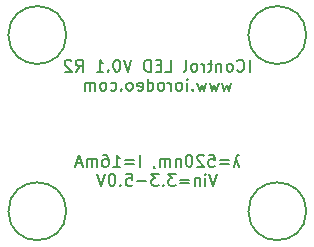
<source format=gbo>
%TF.GenerationSoftware,KiCad,Pcbnew,7.0.10-7.0.10~ubuntu22.04.1*%
%TF.CreationDate,2024-03-15T18:06:45-07:00*%
%TF.ProjectId,520nm_16mA,3532306e-6d5f-4313-966d-412e6b696361,rev?*%
%TF.SameCoordinates,Original*%
%TF.FileFunction,Legend,Bot*%
%TF.FilePolarity,Positive*%
%FSLAX46Y46*%
G04 Gerber Fmt 4.6, Leading zero omitted, Abs format (unit mm)*
G04 Created by KiCad (PCBNEW 7.0.10-7.0.10~ubuntu22.04.1) date 2024-03-15 18:06:45*
%MOMM*%
%LPD*%
G01*
G04 APERTURE LIST*
%ADD10C,0.150000*%
G04 APERTURE END LIST*
D10*
X70509524Y-55634819D02*
X70509524Y-54634819D01*
X69461906Y-55539580D02*
X69509525Y-55587200D01*
X69509525Y-55587200D02*
X69652382Y-55634819D01*
X69652382Y-55634819D02*
X69747620Y-55634819D01*
X69747620Y-55634819D02*
X69890477Y-55587200D01*
X69890477Y-55587200D02*
X69985715Y-55491961D01*
X69985715Y-55491961D02*
X70033334Y-55396723D01*
X70033334Y-55396723D02*
X70080953Y-55206247D01*
X70080953Y-55206247D02*
X70080953Y-55063390D01*
X70080953Y-55063390D02*
X70033334Y-54872914D01*
X70033334Y-54872914D02*
X69985715Y-54777676D01*
X69985715Y-54777676D02*
X69890477Y-54682438D01*
X69890477Y-54682438D02*
X69747620Y-54634819D01*
X69747620Y-54634819D02*
X69652382Y-54634819D01*
X69652382Y-54634819D02*
X69509525Y-54682438D01*
X69509525Y-54682438D02*
X69461906Y-54730057D01*
X68890477Y-55634819D02*
X68985715Y-55587200D01*
X68985715Y-55587200D02*
X69033334Y-55539580D01*
X69033334Y-55539580D02*
X69080953Y-55444342D01*
X69080953Y-55444342D02*
X69080953Y-55158628D01*
X69080953Y-55158628D02*
X69033334Y-55063390D01*
X69033334Y-55063390D02*
X68985715Y-55015771D01*
X68985715Y-55015771D02*
X68890477Y-54968152D01*
X68890477Y-54968152D02*
X68747620Y-54968152D01*
X68747620Y-54968152D02*
X68652382Y-55015771D01*
X68652382Y-55015771D02*
X68604763Y-55063390D01*
X68604763Y-55063390D02*
X68557144Y-55158628D01*
X68557144Y-55158628D02*
X68557144Y-55444342D01*
X68557144Y-55444342D02*
X68604763Y-55539580D01*
X68604763Y-55539580D02*
X68652382Y-55587200D01*
X68652382Y-55587200D02*
X68747620Y-55634819D01*
X68747620Y-55634819D02*
X68890477Y-55634819D01*
X68128572Y-54968152D02*
X68128572Y-55634819D01*
X68128572Y-55063390D02*
X68080953Y-55015771D01*
X68080953Y-55015771D02*
X67985715Y-54968152D01*
X67985715Y-54968152D02*
X67842858Y-54968152D01*
X67842858Y-54968152D02*
X67747620Y-55015771D01*
X67747620Y-55015771D02*
X67700001Y-55111009D01*
X67700001Y-55111009D02*
X67700001Y-55634819D01*
X67366667Y-54968152D02*
X66985715Y-54968152D01*
X67223810Y-54634819D02*
X67223810Y-55491961D01*
X67223810Y-55491961D02*
X67176191Y-55587200D01*
X67176191Y-55587200D02*
X67080953Y-55634819D01*
X67080953Y-55634819D02*
X66985715Y-55634819D01*
X66652381Y-55634819D02*
X66652381Y-54968152D01*
X66652381Y-55158628D02*
X66604762Y-55063390D01*
X66604762Y-55063390D02*
X66557143Y-55015771D01*
X66557143Y-55015771D02*
X66461905Y-54968152D01*
X66461905Y-54968152D02*
X66366667Y-54968152D01*
X65890476Y-55634819D02*
X65985714Y-55587200D01*
X65985714Y-55587200D02*
X66033333Y-55539580D01*
X66033333Y-55539580D02*
X66080952Y-55444342D01*
X66080952Y-55444342D02*
X66080952Y-55158628D01*
X66080952Y-55158628D02*
X66033333Y-55063390D01*
X66033333Y-55063390D02*
X65985714Y-55015771D01*
X65985714Y-55015771D02*
X65890476Y-54968152D01*
X65890476Y-54968152D02*
X65747619Y-54968152D01*
X65747619Y-54968152D02*
X65652381Y-55015771D01*
X65652381Y-55015771D02*
X65604762Y-55063390D01*
X65604762Y-55063390D02*
X65557143Y-55158628D01*
X65557143Y-55158628D02*
X65557143Y-55444342D01*
X65557143Y-55444342D02*
X65604762Y-55539580D01*
X65604762Y-55539580D02*
X65652381Y-55587200D01*
X65652381Y-55587200D02*
X65747619Y-55634819D01*
X65747619Y-55634819D02*
X65890476Y-55634819D01*
X64985714Y-55634819D02*
X65080952Y-55587200D01*
X65080952Y-55587200D02*
X65128571Y-55491961D01*
X65128571Y-55491961D02*
X65128571Y-54634819D01*
X63366666Y-55634819D02*
X63842856Y-55634819D01*
X63842856Y-55634819D02*
X63842856Y-54634819D01*
X63033332Y-55111009D02*
X62699999Y-55111009D01*
X62557142Y-55634819D02*
X63033332Y-55634819D01*
X63033332Y-55634819D02*
X63033332Y-54634819D01*
X63033332Y-54634819D02*
X62557142Y-54634819D01*
X62128570Y-55634819D02*
X62128570Y-54634819D01*
X62128570Y-54634819D02*
X61890475Y-54634819D01*
X61890475Y-54634819D02*
X61747618Y-54682438D01*
X61747618Y-54682438D02*
X61652380Y-54777676D01*
X61652380Y-54777676D02*
X61604761Y-54872914D01*
X61604761Y-54872914D02*
X61557142Y-55063390D01*
X61557142Y-55063390D02*
X61557142Y-55206247D01*
X61557142Y-55206247D02*
X61604761Y-55396723D01*
X61604761Y-55396723D02*
X61652380Y-55491961D01*
X61652380Y-55491961D02*
X61747618Y-55587200D01*
X61747618Y-55587200D02*
X61890475Y-55634819D01*
X61890475Y-55634819D02*
X62128570Y-55634819D01*
X60509522Y-54634819D02*
X60176189Y-55634819D01*
X60176189Y-55634819D02*
X59842856Y-54634819D01*
X59319046Y-54634819D02*
X59223808Y-54634819D01*
X59223808Y-54634819D02*
X59128570Y-54682438D01*
X59128570Y-54682438D02*
X59080951Y-54730057D01*
X59080951Y-54730057D02*
X59033332Y-54825295D01*
X59033332Y-54825295D02*
X58985713Y-55015771D01*
X58985713Y-55015771D02*
X58985713Y-55253866D01*
X58985713Y-55253866D02*
X59033332Y-55444342D01*
X59033332Y-55444342D02*
X59080951Y-55539580D01*
X59080951Y-55539580D02*
X59128570Y-55587200D01*
X59128570Y-55587200D02*
X59223808Y-55634819D01*
X59223808Y-55634819D02*
X59319046Y-55634819D01*
X59319046Y-55634819D02*
X59414284Y-55587200D01*
X59414284Y-55587200D02*
X59461903Y-55539580D01*
X59461903Y-55539580D02*
X59509522Y-55444342D01*
X59509522Y-55444342D02*
X59557141Y-55253866D01*
X59557141Y-55253866D02*
X59557141Y-55015771D01*
X59557141Y-55015771D02*
X59509522Y-54825295D01*
X59509522Y-54825295D02*
X59461903Y-54730057D01*
X59461903Y-54730057D02*
X59414284Y-54682438D01*
X59414284Y-54682438D02*
X59319046Y-54634819D01*
X58557141Y-55539580D02*
X58509522Y-55587200D01*
X58509522Y-55587200D02*
X58557141Y-55634819D01*
X58557141Y-55634819D02*
X58604760Y-55587200D01*
X58604760Y-55587200D02*
X58557141Y-55539580D01*
X58557141Y-55539580D02*
X58557141Y-55634819D01*
X57557142Y-55634819D02*
X58128570Y-55634819D01*
X57842856Y-55634819D02*
X57842856Y-54634819D01*
X57842856Y-54634819D02*
X57938094Y-54777676D01*
X57938094Y-54777676D02*
X58033332Y-54872914D01*
X58033332Y-54872914D02*
X58128570Y-54920533D01*
X55795237Y-55634819D02*
X56128570Y-55158628D01*
X56366665Y-55634819D02*
X56366665Y-54634819D01*
X56366665Y-54634819D02*
X55985713Y-54634819D01*
X55985713Y-54634819D02*
X55890475Y-54682438D01*
X55890475Y-54682438D02*
X55842856Y-54730057D01*
X55842856Y-54730057D02*
X55795237Y-54825295D01*
X55795237Y-54825295D02*
X55795237Y-54968152D01*
X55795237Y-54968152D02*
X55842856Y-55063390D01*
X55842856Y-55063390D02*
X55890475Y-55111009D01*
X55890475Y-55111009D02*
X55985713Y-55158628D01*
X55985713Y-55158628D02*
X56366665Y-55158628D01*
X55414284Y-54730057D02*
X55366665Y-54682438D01*
X55366665Y-54682438D02*
X55271427Y-54634819D01*
X55271427Y-54634819D02*
X55033332Y-54634819D01*
X55033332Y-54634819D02*
X54938094Y-54682438D01*
X54938094Y-54682438D02*
X54890475Y-54730057D01*
X54890475Y-54730057D02*
X54842856Y-54825295D01*
X54842856Y-54825295D02*
X54842856Y-54920533D01*
X54842856Y-54920533D02*
X54890475Y-55063390D01*
X54890475Y-55063390D02*
X55461903Y-55634819D01*
X55461903Y-55634819D02*
X54842856Y-55634819D01*
X68938094Y-56578152D02*
X68747618Y-57244819D01*
X68747618Y-57244819D02*
X68557142Y-56768628D01*
X68557142Y-56768628D02*
X68366666Y-57244819D01*
X68366666Y-57244819D02*
X68176190Y-56578152D01*
X67890475Y-56578152D02*
X67699999Y-57244819D01*
X67699999Y-57244819D02*
X67509523Y-56768628D01*
X67509523Y-56768628D02*
X67319047Y-57244819D01*
X67319047Y-57244819D02*
X67128571Y-56578152D01*
X66842856Y-56578152D02*
X66652380Y-57244819D01*
X66652380Y-57244819D02*
X66461904Y-56768628D01*
X66461904Y-56768628D02*
X66271428Y-57244819D01*
X66271428Y-57244819D02*
X66080952Y-56578152D01*
X65699999Y-57149580D02*
X65652380Y-57197200D01*
X65652380Y-57197200D02*
X65699999Y-57244819D01*
X65699999Y-57244819D02*
X65747618Y-57197200D01*
X65747618Y-57197200D02*
X65699999Y-57149580D01*
X65699999Y-57149580D02*
X65699999Y-57244819D01*
X65223809Y-57244819D02*
X65223809Y-56578152D01*
X65223809Y-56244819D02*
X65271428Y-56292438D01*
X65271428Y-56292438D02*
X65223809Y-56340057D01*
X65223809Y-56340057D02*
X65176190Y-56292438D01*
X65176190Y-56292438D02*
X65223809Y-56244819D01*
X65223809Y-56244819D02*
X65223809Y-56340057D01*
X64604762Y-57244819D02*
X64700000Y-57197200D01*
X64700000Y-57197200D02*
X64747619Y-57149580D01*
X64747619Y-57149580D02*
X64795238Y-57054342D01*
X64795238Y-57054342D02*
X64795238Y-56768628D01*
X64795238Y-56768628D02*
X64747619Y-56673390D01*
X64747619Y-56673390D02*
X64700000Y-56625771D01*
X64700000Y-56625771D02*
X64604762Y-56578152D01*
X64604762Y-56578152D02*
X64461905Y-56578152D01*
X64461905Y-56578152D02*
X64366667Y-56625771D01*
X64366667Y-56625771D02*
X64319048Y-56673390D01*
X64319048Y-56673390D02*
X64271429Y-56768628D01*
X64271429Y-56768628D02*
X64271429Y-57054342D01*
X64271429Y-57054342D02*
X64319048Y-57149580D01*
X64319048Y-57149580D02*
X64366667Y-57197200D01*
X64366667Y-57197200D02*
X64461905Y-57244819D01*
X64461905Y-57244819D02*
X64604762Y-57244819D01*
X63842857Y-57244819D02*
X63842857Y-56578152D01*
X63842857Y-56768628D02*
X63795238Y-56673390D01*
X63795238Y-56673390D02*
X63747619Y-56625771D01*
X63747619Y-56625771D02*
X63652381Y-56578152D01*
X63652381Y-56578152D02*
X63557143Y-56578152D01*
X63080952Y-57244819D02*
X63176190Y-57197200D01*
X63176190Y-57197200D02*
X63223809Y-57149580D01*
X63223809Y-57149580D02*
X63271428Y-57054342D01*
X63271428Y-57054342D02*
X63271428Y-56768628D01*
X63271428Y-56768628D02*
X63223809Y-56673390D01*
X63223809Y-56673390D02*
X63176190Y-56625771D01*
X63176190Y-56625771D02*
X63080952Y-56578152D01*
X63080952Y-56578152D02*
X62938095Y-56578152D01*
X62938095Y-56578152D02*
X62842857Y-56625771D01*
X62842857Y-56625771D02*
X62795238Y-56673390D01*
X62795238Y-56673390D02*
X62747619Y-56768628D01*
X62747619Y-56768628D02*
X62747619Y-57054342D01*
X62747619Y-57054342D02*
X62795238Y-57149580D01*
X62795238Y-57149580D02*
X62842857Y-57197200D01*
X62842857Y-57197200D02*
X62938095Y-57244819D01*
X62938095Y-57244819D02*
X63080952Y-57244819D01*
X61890476Y-57244819D02*
X61890476Y-56244819D01*
X61890476Y-57197200D02*
X61985714Y-57244819D01*
X61985714Y-57244819D02*
X62176190Y-57244819D01*
X62176190Y-57244819D02*
X62271428Y-57197200D01*
X62271428Y-57197200D02*
X62319047Y-57149580D01*
X62319047Y-57149580D02*
X62366666Y-57054342D01*
X62366666Y-57054342D02*
X62366666Y-56768628D01*
X62366666Y-56768628D02*
X62319047Y-56673390D01*
X62319047Y-56673390D02*
X62271428Y-56625771D01*
X62271428Y-56625771D02*
X62176190Y-56578152D01*
X62176190Y-56578152D02*
X61985714Y-56578152D01*
X61985714Y-56578152D02*
X61890476Y-56625771D01*
X61033333Y-57197200D02*
X61128571Y-57244819D01*
X61128571Y-57244819D02*
X61319047Y-57244819D01*
X61319047Y-57244819D02*
X61414285Y-57197200D01*
X61414285Y-57197200D02*
X61461904Y-57101961D01*
X61461904Y-57101961D02*
X61461904Y-56721009D01*
X61461904Y-56721009D02*
X61414285Y-56625771D01*
X61414285Y-56625771D02*
X61319047Y-56578152D01*
X61319047Y-56578152D02*
X61128571Y-56578152D01*
X61128571Y-56578152D02*
X61033333Y-56625771D01*
X61033333Y-56625771D02*
X60985714Y-56721009D01*
X60985714Y-56721009D02*
X60985714Y-56816247D01*
X60985714Y-56816247D02*
X61461904Y-56911485D01*
X60414285Y-57244819D02*
X60509523Y-57197200D01*
X60509523Y-57197200D02*
X60557142Y-57149580D01*
X60557142Y-57149580D02*
X60604761Y-57054342D01*
X60604761Y-57054342D02*
X60604761Y-56768628D01*
X60604761Y-56768628D02*
X60557142Y-56673390D01*
X60557142Y-56673390D02*
X60509523Y-56625771D01*
X60509523Y-56625771D02*
X60414285Y-56578152D01*
X60414285Y-56578152D02*
X60271428Y-56578152D01*
X60271428Y-56578152D02*
X60176190Y-56625771D01*
X60176190Y-56625771D02*
X60128571Y-56673390D01*
X60128571Y-56673390D02*
X60080952Y-56768628D01*
X60080952Y-56768628D02*
X60080952Y-57054342D01*
X60080952Y-57054342D02*
X60128571Y-57149580D01*
X60128571Y-57149580D02*
X60176190Y-57197200D01*
X60176190Y-57197200D02*
X60271428Y-57244819D01*
X60271428Y-57244819D02*
X60414285Y-57244819D01*
X59652380Y-57149580D02*
X59604761Y-57197200D01*
X59604761Y-57197200D02*
X59652380Y-57244819D01*
X59652380Y-57244819D02*
X59699999Y-57197200D01*
X59699999Y-57197200D02*
X59652380Y-57149580D01*
X59652380Y-57149580D02*
X59652380Y-57244819D01*
X58747619Y-57197200D02*
X58842857Y-57244819D01*
X58842857Y-57244819D02*
X59033333Y-57244819D01*
X59033333Y-57244819D02*
X59128571Y-57197200D01*
X59128571Y-57197200D02*
X59176190Y-57149580D01*
X59176190Y-57149580D02*
X59223809Y-57054342D01*
X59223809Y-57054342D02*
X59223809Y-56768628D01*
X59223809Y-56768628D02*
X59176190Y-56673390D01*
X59176190Y-56673390D02*
X59128571Y-56625771D01*
X59128571Y-56625771D02*
X59033333Y-56578152D01*
X59033333Y-56578152D02*
X58842857Y-56578152D01*
X58842857Y-56578152D02*
X58747619Y-56625771D01*
X58176190Y-57244819D02*
X58271428Y-57197200D01*
X58271428Y-57197200D02*
X58319047Y-57149580D01*
X58319047Y-57149580D02*
X58366666Y-57054342D01*
X58366666Y-57054342D02*
X58366666Y-56768628D01*
X58366666Y-56768628D02*
X58319047Y-56673390D01*
X58319047Y-56673390D02*
X58271428Y-56625771D01*
X58271428Y-56625771D02*
X58176190Y-56578152D01*
X58176190Y-56578152D02*
X58033333Y-56578152D01*
X58033333Y-56578152D02*
X57938095Y-56625771D01*
X57938095Y-56625771D02*
X57890476Y-56673390D01*
X57890476Y-56673390D02*
X57842857Y-56768628D01*
X57842857Y-56768628D02*
X57842857Y-57054342D01*
X57842857Y-57054342D02*
X57890476Y-57149580D01*
X57890476Y-57149580D02*
X57938095Y-57197200D01*
X57938095Y-57197200D02*
X58033333Y-57244819D01*
X58033333Y-57244819D02*
X58176190Y-57244819D01*
X57414285Y-57244819D02*
X57414285Y-56578152D01*
X57414285Y-56673390D02*
X57366666Y-56625771D01*
X57366666Y-56625771D02*
X57271428Y-56578152D01*
X57271428Y-56578152D02*
X57128571Y-56578152D01*
X57128571Y-56578152D02*
X57033333Y-56625771D01*
X57033333Y-56625771D02*
X56985714Y-56721009D01*
X56985714Y-56721009D02*
X56985714Y-57244819D01*
X56985714Y-56721009D02*
X56938095Y-56625771D01*
X56938095Y-56625771D02*
X56842857Y-56578152D01*
X56842857Y-56578152D02*
X56700000Y-56578152D01*
X56700000Y-56578152D02*
X56604761Y-56625771D01*
X56604761Y-56625771D02*
X56557142Y-56721009D01*
X56557142Y-56721009D02*
X56557142Y-57244819D01*
X69390475Y-63018152D02*
X69628570Y-63684819D01*
X69628570Y-62684819D02*
X69533332Y-62684819D01*
X69533332Y-62684819D02*
X69485713Y-62732438D01*
X69485713Y-62732438D02*
X69390475Y-63018152D01*
X69390475Y-63018152D02*
X69152380Y-63684819D01*
X68771427Y-63161009D02*
X68009523Y-63161009D01*
X68009523Y-63446723D02*
X68771427Y-63446723D01*
X67057142Y-62684819D02*
X67533332Y-62684819D01*
X67533332Y-62684819D02*
X67580951Y-63161009D01*
X67580951Y-63161009D02*
X67533332Y-63113390D01*
X67533332Y-63113390D02*
X67438094Y-63065771D01*
X67438094Y-63065771D02*
X67199999Y-63065771D01*
X67199999Y-63065771D02*
X67104761Y-63113390D01*
X67104761Y-63113390D02*
X67057142Y-63161009D01*
X67057142Y-63161009D02*
X67009523Y-63256247D01*
X67009523Y-63256247D02*
X67009523Y-63494342D01*
X67009523Y-63494342D02*
X67057142Y-63589580D01*
X67057142Y-63589580D02*
X67104761Y-63637200D01*
X67104761Y-63637200D02*
X67199999Y-63684819D01*
X67199999Y-63684819D02*
X67438094Y-63684819D01*
X67438094Y-63684819D02*
X67533332Y-63637200D01*
X67533332Y-63637200D02*
X67580951Y-63589580D01*
X66628570Y-62780057D02*
X66580951Y-62732438D01*
X66580951Y-62732438D02*
X66485713Y-62684819D01*
X66485713Y-62684819D02*
X66247618Y-62684819D01*
X66247618Y-62684819D02*
X66152380Y-62732438D01*
X66152380Y-62732438D02*
X66104761Y-62780057D01*
X66104761Y-62780057D02*
X66057142Y-62875295D01*
X66057142Y-62875295D02*
X66057142Y-62970533D01*
X66057142Y-62970533D02*
X66104761Y-63113390D01*
X66104761Y-63113390D02*
X66676189Y-63684819D01*
X66676189Y-63684819D02*
X66057142Y-63684819D01*
X65438094Y-62684819D02*
X65342856Y-62684819D01*
X65342856Y-62684819D02*
X65247618Y-62732438D01*
X65247618Y-62732438D02*
X65199999Y-62780057D01*
X65199999Y-62780057D02*
X65152380Y-62875295D01*
X65152380Y-62875295D02*
X65104761Y-63065771D01*
X65104761Y-63065771D02*
X65104761Y-63303866D01*
X65104761Y-63303866D02*
X65152380Y-63494342D01*
X65152380Y-63494342D02*
X65199999Y-63589580D01*
X65199999Y-63589580D02*
X65247618Y-63637200D01*
X65247618Y-63637200D02*
X65342856Y-63684819D01*
X65342856Y-63684819D02*
X65438094Y-63684819D01*
X65438094Y-63684819D02*
X65533332Y-63637200D01*
X65533332Y-63637200D02*
X65580951Y-63589580D01*
X65580951Y-63589580D02*
X65628570Y-63494342D01*
X65628570Y-63494342D02*
X65676189Y-63303866D01*
X65676189Y-63303866D02*
X65676189Y-63065771D01*
X65676189Y-63065771D02*
X65628570Y-62875295D01*
X65628570Y-62875295D02*
X65580951Y-62780057D01*
X65580951Y-62780057D02*
X65533332Y-62732438D01*
X65533332Y-62732438D02*
X65438094Y-62684819D01*
X64676189Y-63018152D02*
X64676189Y-63684819D01*
X64676189Y-63113390D02*
X64628570Y-63065771D01*
X64628570Y-63065771D02*
X64533332Y-63018152D01*
X64533332Y-63018152D02*
X64390475Y-63018152D01*
X64390475Y-63018152D02*
X64295237Y-63065771D01*
X64295237Y-63065771D02*
X64247618Y-63161009D01*
X64247618Y-63161009D02*
X64247618Y-63684819D01*
X63771427Y-63684819D02*
X63771427Y-63018152D01*
X63771427Y-63113390D02*
X63723808Y-63065771D01*
X63723808Y-63065771D02*
X63628570Y-63018152D01*
X63628570Y-63018152D02*
X63485713Y-63018152D01*
X63485713Y-63018152D02*
X63390475Y-63065771D01*
X63390475Y-63065771D02*
X63342856Y-63161009D01*
X63342856Y-63161009D02*
X63342856Y-63684819D01*
X63342856Y-63161009D02*
X63295237Y-63065771D01*
X63295237Y-63065771D02*
X63199999Y-63018152D01*
X63199999Y-63018152D02*
X63057142Y-63018152D01*
X63057142Y-63018152D02*
X62961903Y-63065771D01*
X62961903Y-63065771D02*
X62914284Y-63161009D01*
X62914284Y-63161009D02*
X62914284Y-63684819D01*
X62390475Y-63637200D02*
X62390475Y-63684819D01*
X62390475Y-63684819D02*
X62438094Y-63780057D01*
X62438094Y-63780057D02*
X62485713Y-63827676D01*
X61199999Y-63684819D02*
X61199999Y-62684819D01*
X60723809Y-63161009D02*
X59961905Y-63161009D01*
X59961905Y-63446723D02*
X60723809Y-63446723D01*
X58961905Y-63684819D02*
X59533333Y-63684819D01*
X59247619Y-63684819D02*
X59247619Y-62684819D01*
X59247619Y-62684819D02*
X59342857Y-62827676D01*
X59342857Y-62827676D02*
X59438095Y-62922914D01*
X59438095Y-62922914D02*
X59533333Y-62970533D01*
X58104762Y-62684819D02*
X58295238Y-62684819D01*
X58295238Y-62684819D02*
X58390476Y-62732438D01*
X58390476Y-62732438D02*
X58438095Y-62780057D01*
X58438095Y-62780057D02*
X58533333Y-62922914D01*
X58533333Y-62922914D02*
X58580952Y-63113390D01*
X58580952Y-63113390D02*
X58580952Y-63494342D01*
X58580952Y-63494342D02*
X58533333Y-63589580D01*
X58533333Y-63589580D02*
X58485714Y-63637200D01*
X58485714Y-63637200D02*
X58390476Y-63684819D01*
X58390476Y-63684819D02*
X58200000Y-63684819D01*
X58200000Y-63684819D02*
X58104762Y-63637200D01*
X58104762Y-63637200D02*
X58057143Y-63589580D01*
X58057143Y-63589580D02*
X58009524Y-63494342D01*
X58009524Y-63494342D02*
X58009524Y-63256247D01*
X58009524Y-63256247D02*
X58057143Y-63161009D01*
X58057143Y-63161009D02*
X58104762Y-63113390D01*
X58104762Y-63113390D02*
X58200000Y-63065771D01*
X58200000Y-63065771D02*
X58390476Y-63065771D01*
X58390476Y-63065771D02*
X58485714Y-63113390D01*
X58485714Y-63113390D02*
X58533333Y-63161009D01*
X58533333Y-63161009D02*
X58580952Y-63256247D01*
X57580952Y-63684819D02*
X57580952Y-63018152D01*
X57580952Y-63113390D02*
X57533333Y-63065771D01*
X57533333Y-63065771D02*
X57438095Y-63018152D01*
X57438095Y-63018152D02*
X57295238Y-63018152D01*
X57295238Y-63018152D02*
X57200000Y-63065771D01*
X57200000Y-63065771D02*
X57152381Y-63161009D01*
X57152381Y-63161009D02*
X57152381Y-63684819D01*
X57152381Y-63161009D02*
X57104762Y-63065771D01*
X57104762Y-63065771D02*
X57009524Y-63018152D01*
X57009524Y-63018152D02*
X56866667Y-63018152D01*
X56866667Y-63018152D02*
X56771428Y-63065771D01*
X56771428Y-63065771D02*
X56723809Y-63161009D01*
X56723809Y-63161009D02*
X56723809Y-63684819D01*
X56295238Y-63399104D02*
X55819048Y-63399104D01*
X56390476Y-63684819D02*
X56057143Y-62684819D01*
X56057143Y-62684819D02*
X55723810Y-63684819D01*
X67771427Y-64294819D02*
X67438094Y-65294819D01*
X67438094Y-65294819D02*
X67104761Y-64294819D01*
X66771427Y-65294819D02*
X66771427Y-64628152D01*
X66771427Y-64294819D02*
X66819046Y-64342438D01*
X66819046Y-64342438D02*
X66771427Y-64390057D01*
X66771427Y-64390057D02*
X66723808Y-64342438D01*
X66723808Y-64342438D02*
X66771427Y-64294819D01*
X66771427Y-64294819D02*
X66771427Y-64390057D01*
X66295237Y-64628152D02*
X66295237Y-65294819D01*
X66295237Y-64723390D02*
X66247618Y-64675771D01*
X66247618Y-64675771D02*
X66152380Y-64628152D01*
X66152380Y-64628152D02*
X66009523Y-64628152D01*
X66009523Y-64628152D02*
X65914285Y-64675771D01*
X65914285Y-64675771D02*
X65866666Y-64771009D01*
X65866666Y-64771009D02*
X65866666Y-65294819D01*
X65390475Y-64771009D02*
X64628571Y-64771009D01*
X64628571Y-65056723D02*
X65390475Y-65056723D01*
X64247618Y-64294819D02*
X63628571Y-64294819D01*
X63628571Y-64294819D02*
X63961904Y-64675771D01*
X63961904Y-64675771D02*
X63819047Y-64675771D01*
X63819047Y-64675771D02*
X63723809Y-64723390D01*
X63723809Y-64723390D02*
X63676190Y-64771009D01*
X63676190Y-64771009D02*
X63628571Y-64866247D01*
X63628571Y-64866247D02*
X63628571Y-65104342D01*
X63628571Y-65104342D02*
X63676190Y-65199580D01*
X63676190Y-65199580D02*
X63723809Y-65247200D01*
X63723809Y-65247200D02*
X63819047Y-65294819D01*
X63819047Y-65294819D02*
X64104761Y-65294819D01*
X64104761Y-65294819D02*
X64199999Y-65247200D01*
X64199999Y-65247200D02*
X64247618Y-65199580D01*
X63199999Y-65199580D02*
X63152380Y-65247200D01*
X63152380Y-65247200D02*
X63199999Y-65294819D01*
X63199999Y-65294819D02*
X63247618Y-65247200D01*
X63247618Y-65247200D02*
X63199999Y-65199580D01*
X63199999Y-65199580D02*
X63199999Y-65294819D01*
X62819047Y-64294819D02*
X62200000Y-64294819D01*
X62200000Y-64294819D02*
X62533333Y-64675771D01*
X62533333Y-64675771D02*
X62390476Y-64675771D01*
X62390476Y-64675771D02*
X62295238Y-64723390D01*
X62295238Y-64723390D02*
X62247619Y-64771009D01*
X62247619Y-64771009D02*
X62200000Y-64866247D01*
X62200000Y-64866247D02*
X62200000Y-65104342D01*
X62200000Y-65104342D02*
X62247619Y-65199580D01*
X62247619Y-65199580D02*
X62295238Y-65247200D01*
X62295238Y-65247200D02*
X62390476Y-65294819D01*
X62390476Y-65294819D02*
X62676190Y-65294819D01*
X62676190Y-65294819D02*
X62771428Y-65247200D01*
X62771428Y-65247200D02*
X62819047Y-65199580D01*
X61771428Y-64913866D02*
X61009524Y-64913866D01*
X60057143Y-64294819D02*
X60533333Y-64294819D01*
X60533333Y-64294819D02*
X60580952Y-64771009D01*
X60580952Y-64771009D02*
X60533333Y-64723390D01*
X60533333Y-64723390D02*
X60438095Y-64675771D01*
X60438095Y-64675771D02*
X60200000Y-64675771D01*
X60200000Y-64675771D02*
X60104762Y-64723390D01*
X60104762Y-64723390D02*
X60057143Y-64771009D01*
X60057143Y-64771009D02*
X60009524Y-64866247D01*
X60009524Y-64866247D02*
X60009524Y-65104342D01*
X60009524Y-65104342D02*
X60057143Y-65199580D01*
X60057143Y-65199580D02*
X60104762Y-65247200D01*
X60104762Y-65247200D02*
X60200000Y-65294819D01*
X60200000Y-65294819D02*
X60438095Y-65294819D01*
X60438095Y-65294819D02*
X60533333Y-65247200D01*
X60533333Y-65247200D02*
X60580952Y-65199580D01*
X59580952Y-65199580D02*
X59533333Y-65247200D01*
X59533333Y-65247200D02*
X59580952Y-65294819D01*
X59580952Y-65294819D02*
X59628571Y-65247200D01*
X59628571Y-65247200D02*
X59580952Y-65199580D01*
X59580952Y-65199580D02*
X59580952Y-65294819D01*
X58914286Y-64294819D02*
X58819048Y-64294819D01*
X58819048Y-64294819D02*
X58723810Y-64342438D01*
X58723810Y-64342438D02*
X58676191Y-64390057D01*
X58676191Y-64390057D02*
X58628572Y-64485295D01*
X58628572Y-64485295D02*
X58580953Y-64675771D01*
X58580953Y-64675771D02*
X58580953Y-64913866D01*
X58580953Y-64913866D02*
X58628572Y-65104342D01*
X58628572Y-65104342D02*
X58676191Y-65199580D01*
X58676191Y-65199580D02*
X58723810Y-65247200D01*
X58723810Y-65247200D02*
X58819048Y-65294819D01*
X58819048Y-65294819D02*
X58914286Y-65294819D01*
X58914286Y-65294819D02*
X59009524Y-65247200D01*
X59009524Y-65247200D02*
X59057143Y-65199580D01*
X59057143Y-65199580D02*
X59104762Y-65104342D01*
X59104762Y-65104342D02*
X59152381Y-64913866D01*
X59152381Y-64913866D02*
X59152381Y-64675771D01*
X59152381Y-64675771D02*
X59104762Y-64485295D01*
X59104762Y-64485295D02*
X59057143Y-64390057D01*
X59057143Y-64390057D02*
X59009524Y-64342438D01*
X59009524Y-64342438D02*
X58914286Y-64294819D01*
X58295238Y-64294819D02*
X57961905Y-65294819D01*
X57961905Y-65294819D02*
X57628572Y-64294819D01*
%TO.C,M1*%
X54990000Y-52540000D02*
G75*
G03*
X50090000Y-52540000I-2450000J0D01*
G01*
X50090000Y-52540000D02*
G75*
G03*
X54990000Y-52540000I2450000J0D01*
G01*
%TO.C,M2*%
X75310000Y-52540000D02*
G75*
G03*
X70410000Y-52540000I-2450000J0D01*
G01*
X70410000Y-52540000D02*
G75*
G03*
X75310000Y-52540000I2450000J0D01*
G01*
%TO.C,M3*%
X75310000Y-67460000D02*
G75*
G03*
X70410000Y-67460000I-2450000J0D01*
G01*
X70410000Y-67460000D02*
G75*
G03*
X75310000Y-67460000I2450000J0D01*
G01*
%TO.C,M4*%
X54990000Y-67460000D02*
G75*
G03*
X50090000Y-67460000I-2450000J0D01*
G01*
X50090000Y-67460000D02*
G75*
G03*
X54990000Y-67460000I2450000J0D01*
G01*
%TD*%
M02*

</source>
